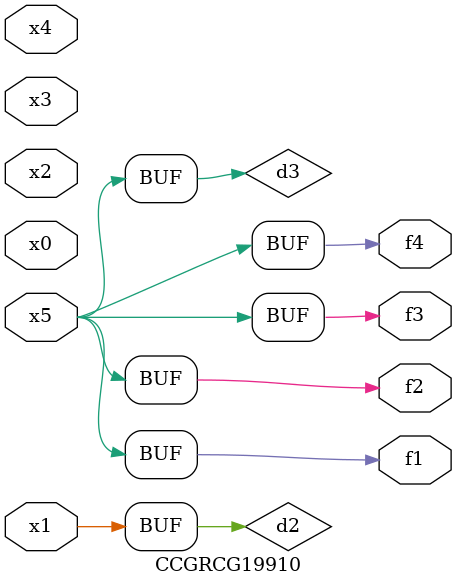
<source format=v>
module CCGRCG19910(
	input x0, x1, x2, x3, x4, x5,
	output f1, f2, f3, f4
);

	wire d1, d2, d3;

	not (d1, x5);
	or (d2, x1);
	xnor (d3, d1);
	assign f1 = d3;
	assign f2 = d3;
	assign f3 = d3;
	assign f4 = d3;
endmodule

</source>
